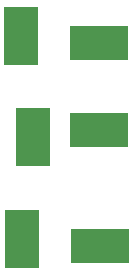
<source format=gbr>
%TF.GenerationSoftware,KiCad,Pcbnew,8.0.7*%
%TF.CreationDate,2025-04-11T01:47:19-04:00*%
%TF.ProjectId,1M_2F,314d5f32-462e-46b6-9963-61645f706362,rev?*%
%TF.SameCoordinates,Original*%
%TF.FileFunction,Soldermask,Top*%
%TF.FilePolarity,Negative*%
%FSLAX46Y46*%
G04 Gerber Fmt 4.6, Leading zero omitted, Abs format (unit mm)*
G04 Created by KiCad (PCBNEW 8.0.7) date 2025-04-11 01:47:19*
%MOMM*%
%LPD*%
G01*
G04 APERTURE LIST*
%ADD10R,3.000000X5.000000*%
%ADD11R,5.000000X3.000000*%
G04 APERTURE END LIST*
D10*
%TO.C,J1*%
X97207100Y-47653300D03*
D11*
X102844600Y-47040800D03*
%TD*%
D10*
%TO.C,J3*%
X96275000Y-56262500D03*
D11*
X102912500Y-56875000D03*
%TD*%
D10*
%TO.C,J2*%
X96200000Y-39050000D03*
D11*
X102837500Y-39662500D03*
%TD*%
M02*

</source>
